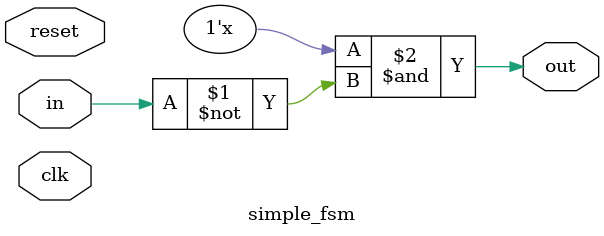
<source format=v>
module simple_fsm(clk, reset, in, out);
input clk;
input reset;
input in;
output out;
wire out;
reg present_state, next_state;
// In state 0, if in=1, stay in state 0. In state 0, if in=0, go to state 1
// In state 1, if in=1, stay in state 1. In state 1, if in=0, go to state 0
// out=1 in state 0 and out=0 in state 1
assign out = present_state[1] & ~in;

always @(posedge clk or posedge reset)
	begin
	if (reset)
	present_state <= #1 2'b0;
	else
	present_state <= #1 next_state;
	end

always @(present_state or in)
	case(present_state)
	2'b00: next_state = 2'b01;
	2'b01: next_state = 2'b10;
	2'b10: next_state = 2'b11;
	2'b11: next_state = 2'b00;
	//default: next_state = 2'b00;
	endcase

endmodule

</source>
